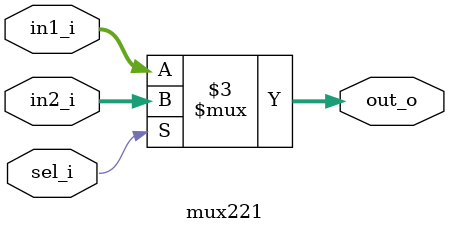
<source format=sv>
`timescale 1ns/10ps

module mux221
#(
	parameter data_width = 32
)
(
	input logic [data_width-1:0] in1_i,
	input logic [data_width-1:0] in2_i,
	input logic sel_i,
	output logic [data_width-1:0] out_o
);

logic [data_width-1:0] out1, out2;

always_comb begin
	out_o = (sel_i == 0) ? in1_i : in2_i;
end

endmodule: mux221

</source>
